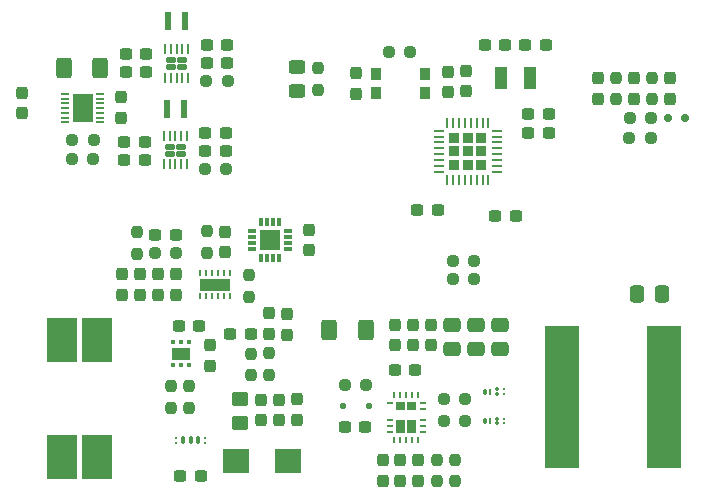
<source format=gbr>
%TF.GenerationSoftware,KiCad,Pcbnew,7.0.1*%
%TF.CreationDate,2024-08-13T13:18:48+02:00*%
%TF.ProjectId,driver_prereg_combined,64726976-6572-45f7-9072-657265675f63,rev?*%
%TF.SameCoordinates,Original*%
%TF.FileFunction,Paste,Top*%
%TF.FilePolarity,Positive*%
%FSLAX46Y46*%
G04 Gerber Fmt 4.6, Leading zero omitted, Abs format (unit mm)*
G04 Created by KiCad (PCBNEW 7.0.1) date 2024-08-13 13:18:48*
%MOMM*%
%LPD*%
G01*
G04 APERTURE LIST*
G04 Aperture macros list*
%AMRoundRect*
0 Rectangle with rounded corners*
0 $1 Rounding radius*
0 $2 $3 $4 $5 $6 $7 $8 $9 X,Y pos of 4 corners*
0 Add a 4 corners polygon primitive as box body*
4,1,4,$2,$3,$4,$5,$6,$7,$8,$9,$2,$3,0*
0 Add four circle primitives for the rounded corners*
1,1,$1+$1,$2,$3*
1,1,$1+$1,$4,$5*
1,1,$1+$1,$6,$7*
1,1,$1+$1,$8,$9*
0 Add four rect primitives between the rounded corners*
20,1,$1+$1,$2,$3,$4,$5,0*
20,1,$1+$1,$4,$5,$6,$7,0*
20,1,$1+$1,$6,$7,$8,$9,0*
20,1,$1+$1,$8,$9,$2,$3,0*%
G04 Aperture macros list end*
%ADD10RoundRect,0.237500X0.250000X0.237500X-0.250000X0.237500X-0.250000X-0.237500X0.250000X-0.237500X0*%
%ADD11RoundRect,0.237500X-0.237500X0.250000X-0.237500X-0.250000X0.237500X-0.250000X0.237500X0.250000X0*%
%ADD12RoundRect,0.237500X0.237500X-0.250000X0.237500X0.250000X-0.237500X0.250000X-0.237500X-0.250000X0*%
%ADD13R,0.249999X0.599999*%
%ADD14R,0.599999X0.249999*%
%ADD15RoundRect,0.150000X0.150000X0.200000X-0.150000X0.200000X-0.150000X-0.200000X0.150000X-0.200000X0*%
%ADD16R,2.980000X12.000000*%
%ADD17RoundRect,0.237500X-0.237500X0.300000X-0.237500X-0.300000X0.237500X-0.300000X0.237500X0.300000X0*%
%ADD18RoundRect,0.237500X0.237500X-0.300000X0.237500X0.300000X-0.237500X0.300000X-0.237500X-0.300000X0*%
%ADD19RoundRect,0.237500X-0.300000X-0.237500X0.300000X-0.237500X0.300000X0.237500X-0.300000X0.237500X0*%
%ADD20RoundRect,0.237500X0.300000X0.237500X-0.300000X0.237500X-0.300000X-0.237500X0.300000X-0.237500X0*%
%ADD21R,0.750000X0.200000*%
%ADD22R,1.800000X2.400000*%
%ADD23RoundRect,0.237500X-0.250000X-0.237500X0.250000X-0.237500X0.250000X0.237500X-0.250000X0.237500X0*%
%ADD24R,0.300000X0.800000*%
%ADD25R,0.800000X0.300000*%
%ADD26R,1.750000X1.750000*%
%ADD27O,0.280000X0.640000*%
%ADD28O,0.248000X0.640000*%
%ADD29O,0.498000X0.270000*%
%ADD30O,0.320000X0.270000*%
%ADD31RoundRect,0.250000X0.475000X-0.337500X0.475000X0.337500X-0.475000X0.337500X-0.475000X-0.337500X0*%
%ADD32RoundRect,0.250000X0.450000X-0.325000X0.450000X0.325000X-0.450000X0.325000X-0.450000X-0.325000X0*%
%ADD33R,0.900000X1.000000*%
%ADD34R,2.250000X2.050000*%
%ADD35R,0.550000X1.600000*%
%ADD36RoundRect,0.250000X-0.450000X0.350000X-0.450000X-0.350000X0.450000X-0.350000X0.450000X0.350000X0*%
%ADD37R,0.249999X0.499999*%
%ADD38R,2.650000X1.000000*%
%ADD39RoundRect,0.232500X-0.232500X0.232500X-0.232500X-0.232500X0.232500X-0.232500X0.232500X0.232500X0*%
%ADD40RoundRect,0.062500X-0.062500X0.375000X-0.062500X-0.375000X0.062500X-0.375000X0.062500X0.375000X0*%
%ADD41RoundRect,0.062500X-0.375000X0.062500X-0.375000X-0.062500X0.375000X-0.062500X0.375000X0.062500X0*%
%ADD42RoundRect,0.130000X0.305000X-0.130000X0.305000X0.130000X-0.305000X0.130000X-0.305000X-0.130000X0*%
%ADD43RoundRect,0.062500X0.062500X-0.350000X0.062500X0.350000X-0.062500X0.350000X-0.062500X-0.350000X0*%
%ADD44RoundRect,0.250000X-0.400000X-0.625000X0.400000X-0.625000X0.400000X0.625000X-0.400000X0.625000X0*%
%ADD45R,1.100000X1.900000*%
%ADD46O,0.326000X0.320000*%
%ADD47O,0.326000X0.776000*%
%ADD48RoundRect,0.125000X-0.125000X-0.125000X0.125000X-0.125000X0.125000X0.125000X-0.125000X0.125000X0*%
%ADD49R,0.299999X0.449999*%
%ADD50R,1.599999X1.000000*%
%ADD51RoundRect,0.250000X0.337500X0.475000X-0.337500X0.475000X-0.337500X-0.475000X0.337500X-0.475000X0*%
%ADD52R,2.500000X3.850000*%
G04 APERTURE END LIST*
%TO.C,U1*%
G36*
X152252762Y-120413435D02*
G01*
X152261908Y-120416209D01*
X152270336Y-120420715D01*
X152277725Y-120426775D01*
X152283785Y-120434164D01*
X152288291Y-120442592D01*
X152291065Y-120451738D01*
X152292002Y-120461248D01*
X152292002Y-121493748D01*
X152291065Y-121503258D01*
X152288291Y-121512404D01*
X152283785Y-121520832D01*
X152277725Y-121528221D01*
X152270336Y-121534281D01*
X152261908Y-121538787D01*
X152252762Y-121541561D01*
X152243252Y-121542498D01*
X151590751Y-121542498D01*
X151581242Y-121541561D01*
X151572095Y-121538787D01*
X151563667Y-121534281D01*
X151556278Y-121528221D01*
X151550218Y-121520832D01*
X151545712Y-121512404D01*
X151542938Y-121503258D01*
X151542001Y-121493748D01*
X151542001Y-120461248D01*
X151542938Y-120451738D01*
X151545712Y-120442592D01*
X151550218Y-120434164D01*
X151556278Y-120426775D01*
X151563667Y-120420715D01*
X151572095Y-120416209D01*
X151581242Y-120413435D01*
X151590751Y-120412498D01*
X152243252Y-120412498D01*
X152252762Y-120413435D01*
G37*
G36*
X153202762Y-120413435D02*
G01*
X153211909Y-120416209D01*
X153220337Y-120420715D01*
X153227726Y-120426775D01*
X153233786Y-120434164D01*
X153238292Y-120442592D01*
X153241066Y-120451738D01*
X153242003Y-120461248D01*
X153242003Y-121493748D01*
X153241066Y-121503258D01*
X153238292Y-121512404D01*
X153233786Y-121520832D01*
X153227726Y-121528221D01*
X153220337Y-121534281D01*
X153211909Y-121538787D01*
X153202762Y-121541561D01*
X153193253Y-121542498D01*
X152540752Y-121542498D01*
X152531242Y-121541561D01*
X152522096Y-121538787D01*
X152513668Y-121534281D01*
X152506279Y-121528221D01*
X152500219Y-121520832D01*
X152495713Y-121512404D01*
X152492939Y-121503258D01*
X152492002Y-121493748D01*
X152492002Y-120461248D01*
X152492939Y-120451738D01*
X152495713Y-120442592D01*
X152500219Y-120434164D01*
X152506279Y-120426775D01*
X152513668Y-120420715D01*
X152522096Y-120416209D01*
X152531242Y-120413435D01*
X152540752Y-120412498D01*
X153193253Y-120412498D01*
X153202762Y-120413435D01*
G37*
G36*
X152254857Y-118898384D02*
G01*
X152263516Y-118901010D01*
X152271494Y-118905275D01*
X152278487Y-118911015D01*
X152284227Y-118918008D01*
X152288492Y-118925986D01*
X152291118Y-118934645D01*
X152292005Y-118943646D01*
X152292005Y-119561349D01*
X152291118Y-119570351D01*
X152288492Y-119579010D01*
X152284227Y-119586988D01*
X152278487Y-119593980D01*
X152271494Y-119599721D01*
X152263516Y-119603985D01*
X152254857Y-119606612D01*
X152245855Y-119607498D01*
X151588153Y-119607498D01*
X151579151Y-119606612D01*
X151570492Y-119603985D01*
X151562514Y-119599721D01*
X151555522Y-119593980D01*
X151549781Y-119586988D01*
X151545517Y-119579010D01*
X151542890Y-119570351D01*
X151542004Y-119561349D01*
X151542004Y-118943646D01*
X151542890Y-118934645D01*
X151545517Y-118925986D01*
X151549781Y-118918008D01*
X151555522Y-118911015D01*
X151562514Y-118905275D01*
X151570492Y-118901010D01*
X151579151Y-118898384D01*
X151588153Y-118897497D01*
X152245855Y-118897497D01*
X152254857Y-118898384D01*
G37*
G36*
X153204853Y-118898384D02*
G01*
X153213512Y-118901010D01*
X153221490Y-118905275D01*
X153228482Y-118911015D01*
X153234223Y-118918008D01*
X153238487Y-118925986D01*
X153241114Y-118934645D01*
X153242000Y-118943646D01*
X153242000Y-119561349D01*
X153241114Y-119570351D01*
X153238487Y-119579010D01*
X153234223Y-119586988D01*
X153228482Y-119593980D01*
X153221490Y-119599721D01*
X153213512Y-119603985D01*
X153204853Y-119606612D01*
X153195851Y-119607498D01*
X152538149Y-119607498D01*
X152529147Y-119606612D01*
X152520488Y-119603985D01*
X152512510Y-119599721D01*
X152505517Y-119593980D01*
X152499777Y-119586988D01*
X152495512Y-119579010D01*
X152492886Y-119570351D01*
X152491999Y-119561349D01*
X152491999Y-118943646D01*
X152492886Y-118934645D01*
X152495512Y-118925986D01*
X152499777Y-118918008D01*
X152505517Y-118911015D01*
X152512510Y-118905275D01*
X152520488Y-118901010D01*
X152529147Y-118898384D01*
X152538149Y-118897497D01*
X153195851Y-118897497D01*
X153204853Y-118898384D01*
G37*
%TO.C,U6*%
G36*
X136093508Y-108549750D02*
G01*
X136093508Y-109399750D01*
X136043508Y-109449750D01*
X134973508Y-109449750D01*
X134923508Y-109399750D01*
X134923508Y-108549750D01*
X134973508Y-108499750D01*
X136043508Y-108499750D01*
X136093508Y-108549750D01*
G37*
G36*
X137463508Y-108549750D02*
G01*
X137463508Y-109399750D01*
X137413508Y-109449750D01*
X136343508Y-109449750D01*
X136293508Y-109399750D01*
X136293508Y-108549750D01*
X136343508Y-108499750D01*
X137413508Y-108499750D01*
X137463508Y-108549750D01*
G37*
%TO.C,U5*%
G36*
X134041002Y-115282505D02*
G01*
X132575003Y-115282505D01*
X132575003Y-114333505D01*
X134041002Y-114333505D01*
X134041002Y-115282505D01*
G37*
%TD*%
D10*
%TO.C,R28*%
X125902004Y-98326000D03*
X124077004Y-98326000D03*
%TD*%
D11*
%TO.C,R18*%
X139036506Y-108191500D03*
X139036506Y-110016500D03*
%TD*%
D12*
%TO.C,R23*%
X170180000Y-93268000D03*
X170180000Y-91443000D03*
%TD*%
D13*
%TO.C,U1*%
X151392001Y-122127496D03*
X151892000Y-122127496D03*
X152391999Y-122127496D03*
X152891998Y-122127496D03*
X153391997Y-122127496D03*
D14*
X153792002Y-121477500D03*
X153792002Y-120977498D03*
X153792002Y-120477499D03*
X153792002Y-119477501D03*
X153792002Y-118977500D03*
D13*
X153391997Y-118327498D03*
X152891998Y-118327498D03*
X152391999Y-118327498D03*
X151892000Y-118327498D03*
X151392001Y-118327498D03*
D14*
X150992002Y-118977500D03*
X150992002Y-120477499D03*
X150992002Y-120977498D03*
X150992002Y-121477500D03*
%TD*%
D15*
%TO.C,D6*%
X174560000Y-94895500D03*
X175960000Y-94895500D03*
%TD*%
D12*
%TO.C,R7*%
X155014504Y-125628500D03*
X155014504Y-123803500D03*
%TD*%
D16*
%TO.C,L1*%
X165570004Y-118469500D03*
X174170004Y-118469500D03*
%TD*%
D17*
%TO.C,C21*%
X128282002Y-108115750D03*
X128282002Y-109840750D03*
%TD*%
%TO.C,C26*%
X135806002Y-114099000D03*
X135806002Y-115824000D03*
%TD*%
D18*
%TO.C,C25*%
X140728002Y-113119000D03*
X140728002Y-111394000D03*
%TD*%
D10*
%TO.C,R10*%
X132901002Y-106337750D03*
X131076002Y-106337750D03*
%TD*%
D19*
%TO.C,C52*%
X162713500Y-94488000D03*
X164438500Y-94488000D03*
%TD*%
D20*
%TO.C,C18*%
X130344500Y-89447000D03*
X128619500Y-89447000D03*
%TD*%
D17*
%TO.C,C5*%
X131330002Y-108115750D03*
X131330002Y-109840750D03*
%TD*%
D19*
%TO.C,C39*%
X135480500Y-88685000D03*
X137205500Y-88685000D03*
%TD*%
D21*
%TO.C,IC2*%
X126483504Y-95229000D03*
X126483504Y-94829000D03*
X126483504Y-94429000D03*
X126483504Y-94029000D03*
X126483504Y-93629000D03*
X126483504Y-93229000D03*
X126483504Y-92829000D03*
X123483504Y-92829000D03*
X123483504Y-93229000D03*
X123483504Y-93629000D03*
X123483504Y-94029000D03*
X123483504Y-94429000D03*
X123483504Y-94829000D03*
X123483504Y-95229000D03*
D22*
X124983504Y-94029000D03*
%TD*%
D17*
%TO.C,C23*%
X137016506Y-104479500D03*
X137016506Y-106204500D03*
%TD*%
D23*
%TO.C,R24*%
X135430500Y-91733000D03*
X137255500Y-91733000D03*
%TD*%
D12*
%TO.C,R31*%
X144907000Y-92456000D03*
X144907000Y-90631000D03*
%TD*%
D18*
%TO.C,C37*%
X171704000Y-93218000D03*
X171704000Y-91493000D03*
%TD*%
D24*
%TO.C,IC1*%
X140100506Y-106686500D03*
X140600506Y-106686500D03*
X141100506Y-106686500D03*
X141600506Y-106686500D03*
D25*
X142350506Y-105936500D03*
X142350506Y-105436500D03*
X142350506Y-104936500D03*
X142350506Y-104436500D03*
D24*
X141600506Y-103686500D03*
X141100506Y-103686500D03*
X140600506Y-103686500D03*
X140100506Y-103686500D03*
D25*
X139350506Y-104436500D03*
X139350506Y-104936500D03*
X139350506Y-105436500D03*
X139350506Y-105936500D03*
D26*
X140850506Y-105186500D03*
%TD*%
D12*
%TO.C,R12*%
X140728002Y-116621500D03*
X140728002Y-114796500D03*
%TD*%
D10*
%TO.C,R29*%
X173101000Y-96520000D03*
X171276000Y-96520000D03*
%TD*%
D27*
%TO.C,Q2*%
X159061002Y-120522498D03*
D28*
X159477002Y-120522488D03*
D29*
X160061002Y-120722498D03*
X160061002Y-120322498D03*
D30*
X160661012Y-120722498D03*
X160661012Y-120322498D03*
%TD*%
D31*
%TO.C,C13*%
X160348504Y-114448500D03*
X160348504Y-112373500D03*
%TD*%
D23*
%TO.C,R3*%
X155543502Y-118618000D03*
X157368502Y-118618000D03*
%TD*%
D17*
%TO.C,C1*%
X154506504Y-112373500D03*
X154506504Y-114098500D03*
%TD*%
D32*
%TO.C,D7*%
X143129000Y-92601000D03*
X143129000Y-90551000D03*
%TD*%
D33*
%TO.C,SW1*%
X149842000Y-91148000D03*
X153942000Y-91148000D03*
X149842000Y-92748000D03*
X153942000Y-92748000D03*
%TD*%
D34*
%TO.C,D5*%
X142358002Y-123945500D03*
X137958002Y-123945500D03*
%TD*%
D35*
%TO.C,L5*%
X133604000Y-94080500D03*
X132154000Y-94080500D03*
%TD*%
D36*
%TO.C,R16*%
X138286506Y-118687500D03*
X138286506Y-120687500D03*
%TD*%
D11*
%TO.C,R9*%
X129552002Y-104559750D03*
X129552002Y-106384750D03*
%TD*%
D12*
%TO.C,R13*%
X134028002Y-119414500D03*
X134028002Y-117589500D03*
%TD*%
D37*
%TO.C,U6*%
X134943508Y-109924748D03*
X135443510Y-109924748D03*
X135943508Y-109924748D03*
X136443508Y-109924748D03*
X136943509Y-109924748D03*
X137443508Y-109924748D03*
X137443508Y-108024749D03*
X136943509Y-108024749D03*
X136443508Y-108024749D03*
X135943508Y-108024749D03*
X135443510Y-108024749D03*
X134943508Y-108024749D03*
D38*
X136193508Y-108974747D03*
%TD*%
D17*
%TO.C,C54*%
X148101999Y-91072999D03*
X148101999Y-92797999D03*
%TD*%
D27*
%TO.C,Q1*%
X159061002Y-118037500D03*
D28*
X159477002Y-118037490D03*
D29*
X160061002Y-118237500D03*
X160061002Y-117837500D03*
D30*
X160661012Y-118237500D03*
X160661012Y-117837500D03*
%TD*%
D39*
%TO.C,U7*%
X158750000Y-96539500D03*
X157600000Y-96539500D03*
X156450000Y-96539500D03*
X158750000Y-97689500D03*
X157600000Y-97689500D03*
X156450000Y-97689500D03*
X158750000Y-98839500D03*
X157600000Y-98839500D03*
X156450000Y-98839500D03*
D40*
X159350000Y-95252000D03*
X158850000Y-95252000D03*
X158350000Y-95252000D03*
X157850000Y-95252000D03*
X157350000Y-95252000D03*
X156850000Y-95252000D03*
X156350000Y-95252000D03*
X155850000Y-95252000D03*
D41*
X155162500Y-95939500D03*
X155162500Y-96439500D03*
X155162500Y-96939500D03*
X155162500Y-97439500D03*
X155162500Y-97939500D03*
X155162500Y-98439500D03*
X155162500Y-98939500D03*
X155162500Y-99439500D03*
D40*
X155850000Y-100127000D03*
X156350000Y-100127000D03*
X156850000Y-100127000D03*
X157350000Y-100127000D03*
X157850000Y-100127000D03*
X158350000Y-100127000D03*
X158850000Y-100127000D03*
X159350000Y-100127000D03*
D41*
X160037500Y-99439500D03*
X160037500Y-98939500D03*
X160037500Y-98439500D03*
X160037500Y-97939500D03*
X160037500Y-97439500D03*
X160037500Y-96939500D03*
X160037500Y-96439500D03*
X160037500Y-95939500D03*
%TD*%
D18*
%TO.C,C30*%
X144140506Y-106073000D03*
X144140506Y-104348000D03*
%TD*%
D19*
%TO.C,C50*%
X159919500Y-103124000D03*
X161644500Y-103124000D03*
%TD*%
D20*
%TO.C,C29*%
X134986502Y-125209500D03*
X133261502Y-125209500D03*
%TD*%
%TO.C,C17*%
X130344500Y-90971000D03*
X128619500Y-90971000D03*
%TD*%
D17*
%TO.C,C20*%
X150377004Y-123856500D03*
X150377004Y-125581500D03*
%TD*%
D42*
%TO.C,U2*%
X132437500Y-90566500D03*
X133437500Y-90566500D03*
X132437500Y-89966500D03*
X133437500Y-89966500D03*
D43*
X131937500Y-91479000D03*
X132437500Y-91479000D03*
X132937500Y-91479000D03*
X133437500Y-91479000D03*
X133937500Y-91479000D03*
X133937500Y-89054000D03*
X133437500Y-89054000D03*
X132937500Y-89054000D03*
X132437500Y-89054000D03*
X131937500Y-89054000D03*
%TD*%
D10*
%TO.C,R17*%
X158138500Y-108458000D03*
X156313500Y-108458000D03*
%TD*%
D44*
%TO.C,R20*%
X145871000Y-112776000D03*
X148971000Y-112776000D03*
%TD*%
D12*
%TO.C,R21*%
X173228000Y-93268000D03*
X173228000Y-91443000D03*
%TD*%
D19*
%TO.C,C27*%
X137479002Y-113195750D03*
X139204002Y-113195750D03*
%TD*%
D12*
%TO.C,R8*%
X156508504Y-125628500D03*
X156508504Y-123803500D03*
%TD*%
D20*
%TO.C,C53*%
X155040500Y-102616000D03*
X153315500Y-102616000D03*
%TD*%
D17*
%TO.C,C19*%
X151871004Y-123856500D03*
X151871004Y-125581500D03*
%TD*%
D19*
%TO.C,C33*%
X133122500Y-112509500D03*
X134847500Y-112509500D03*
%TD*%
D18*
%TO.C,C46*%
X119888000Y-94461500D03*
X119888000Y-92736500D03*
%TD*%
D17*
%TO.C,C28*%
X132854002Y-108115750D03*
X132854002Y-109840750D03*
%TD*%
D19*
%TO.C,C48*%
X159057000Y-88646000D03*
X160782000Y-88646000D03*
%TD*%
D20*
%TO.C,C15*%
X132851002Y-104813750D03*
X131126002Y-104813750D03*
%TD*%
D18*
%TO.C,C24*%
X142252002Y-113219500D03*
X142252002Y-111494500D03*
%TD*%
D10*
%TO.C,R30*%
X152719000Y-89241999D03*
X150894000Y-89241999D03*
%TD*%
%TO.C,R26*%
X125954505Y-96761001D03*
X124129505Y-96761001D03*
%TD*%
D19*
%TO.C,C43*%
X135385000Y-96112500D03*
X137110000Y-96112500D03*
%TD*%
D45*
%TO.C,Y1*%
X162902001Y-91494999D03*
X160402001Y-91494999D03*
%TD*%
D19*
%TO.C,C44*%
X135385000Y-97636500D03*
X137110000Y-97636500D03*
%TD*%
D17*
%TO.C,C32*%
X140064506Y-118720500D03*
X140064506Y-120445500D03*
%TD*%
D46*
%TO.C,Q4*%
X132924002Y-121936500D03*
X132924002Y-122386500D03*
D47*
X133524002Y-122161500D03*
X134124002Y-122161500D03*
X134724002Y-122161500D03*
D46*
X135324002Y-121936500D03*
X135324002Y-122386500D03*
%TD*%
D10*
%TO.C,R1*%
X148986502Y-117474498D03*
X147161502Y-117474498D03*
%TD*%
D42*
%TO.C,U3*%
X132350000Y-97882000D03*
X133350000Y-97882000D03*
X132350000Y-97282000D03*
X133350000Y-97282000D03*
D43*
X131850000Y-98794500D03*
X132350000Y-98794500D03*
X132850000Y-98794500D03*
X133350000Y-98794500D03*
X133850000Y-98794500D03*
X133850000Y-96369500D03*
X133350000Y-96369500D03*
X132850000Y-96369500D03*
X132350000Y-96369500D03*
X131850000Y-96369500D03*
%TD*%
D20*
%TO.C,C47*%
X164184500Y-88646000D03*
X162459500Y-88646000D03*
%TD*%
D48*
%TO.C,D1*%
X147058002Y-119252498D03*
X149258002Y-119252498D03*
%TD*%
D17*
%TO.C,FB2*%
X155956000Y-90937500D03*
X155956000Y-92662500D03*
%TD*%
D18*
%TO.C,C4*%
X153395004Y-125581500D03*
X153395004Y-123856500D03*
%TD*%
D23*
%TO.C,R2*%
X155543502Y-120522498D03*
X157368502Y-120522498D03*
%TD*%
D17*
%TO.C,C34*%
X129806002Y-108115750D03*
X129806002Y-109840750D03*
%TD*%
D49*
%TO.C,U5*%
X133958002Y-113833001D03*
X133308001Y-113833001D03*
X132658002Y-113833001D03*
X132658002Y-115782999D03*
X133308001Y-115782999D03*
X133958002Y-115782999D03*
D50*
X133308001Y-114808000D03*
%TD*%
D10*
%TO.C,R22*%
X173124500Y-94895500D03*
X171299500Y-94895500D03*
%TD*%
D18*
%TO.C,C51*%
X157480000Y-92609500D03*
X157480000Y-90884500D03*
%TD*%
%TO.C,C36*%
X174752000Y-93218000D03*
X174752000Y-91493000D03*
%TD*%
D12*
%TO.C,R14*%
X132504002Y-119414500D03*
X132504002Y-117589500D03*
%TD*%
D20*
%TO.C,C41*%
X130249000Y-98398500D03*
X128524000Y-98398500D03*
%TD*%
D18*
%TO.C,C38*%
X168656000Y-93218000D03*
X168656000Y-91493000D03*
%TD*%
D19*
%TO.C,C14*%
X151429002Y-116204498D03*
X153154002Y-116204498D03*
%TD*%
D17*
%TO.C,C2*%
X152982504Y-112373500D03*
X152982504Y-114098500D03*
%TD*%
D20*
%TO.C,C42*%
X130249000Y-96874500D03*
X128524000Y-96874500D03*
%TD*%
D18*
%TO.C,C45*%
X128240505Y-94829501D03*
X128240505Y-93104501D03*
%TD*%
D31*
%TO.C,C11*%
X156284504Y-114448500D03*
X156284504Y-112373500D03*
%TD*%
D17*
%TO.C,C3*%
X151458504Y-112373500D03*
X151458504Y-114098500D03*
%TD*%
D19*
%TO.C,C49*%
X162713500Y-96165500D03*
X164438500Y-96165500D03*
%TD*%
D12*
%TO.C,R15*%
X139204002Y-116648250D03*
X139204002Y-114823250D03*
%TD*%
D19*
%TO.C,C16*%
X147211502Y-121030498D03*
X148936502Y-121030498D03*
%TD*%
D31*
%TO.C,C12*%
X158278504Y-114448500D03*
X158278504Y-112373500D03*
%TD*%
D17*
%TO.C,C35*%
X143112506Y-118687500D03*
X143112506Y-120412500D03*
%TD*%
D19*
%TO.C,C40*%
X135480500Y-90209000D03*
X137205500Y-90209000D03*
%TD*%
D44*
%TO.C,R27*%
X123388505Y-90665001D03*
X126488505Y-90665001D03*
%TD*%
D23*
%TO.C,R25*%
X135335000Y-99160500D03*
X137160000Y-99160500D03*
%TD*%
D51*
%TO.C,C10*%
X174011500Y-109728000D03*
X171936500Y-109728000D03*
%TD*%
D11*
%TO.C,R11*%
X135492506Y-104448500D03*
X135492506Y-106273500D03*
%TD*%
D35*
%TO.C,L4*%
X133625500Y-86653000D03*
X132175500Y-86653000D03*
%TD*%
D17*
%TO.C,C31*%
X141588506Y-118720500D03*
X141588506Y-120445500D03*
%TD*%
D52*
%TO.C,L6*%
X126226002Y-113655500D03*
X123226002Y-113655500D03*
X123226002Y-123555500D03*
X126226002Y-123555500D03*
%TD*%
D10*
%TO.C,R19*%
X158138500Y-106934000D03*
X156313500Y-106934000D03*
%TD*%
M02*

</source>
